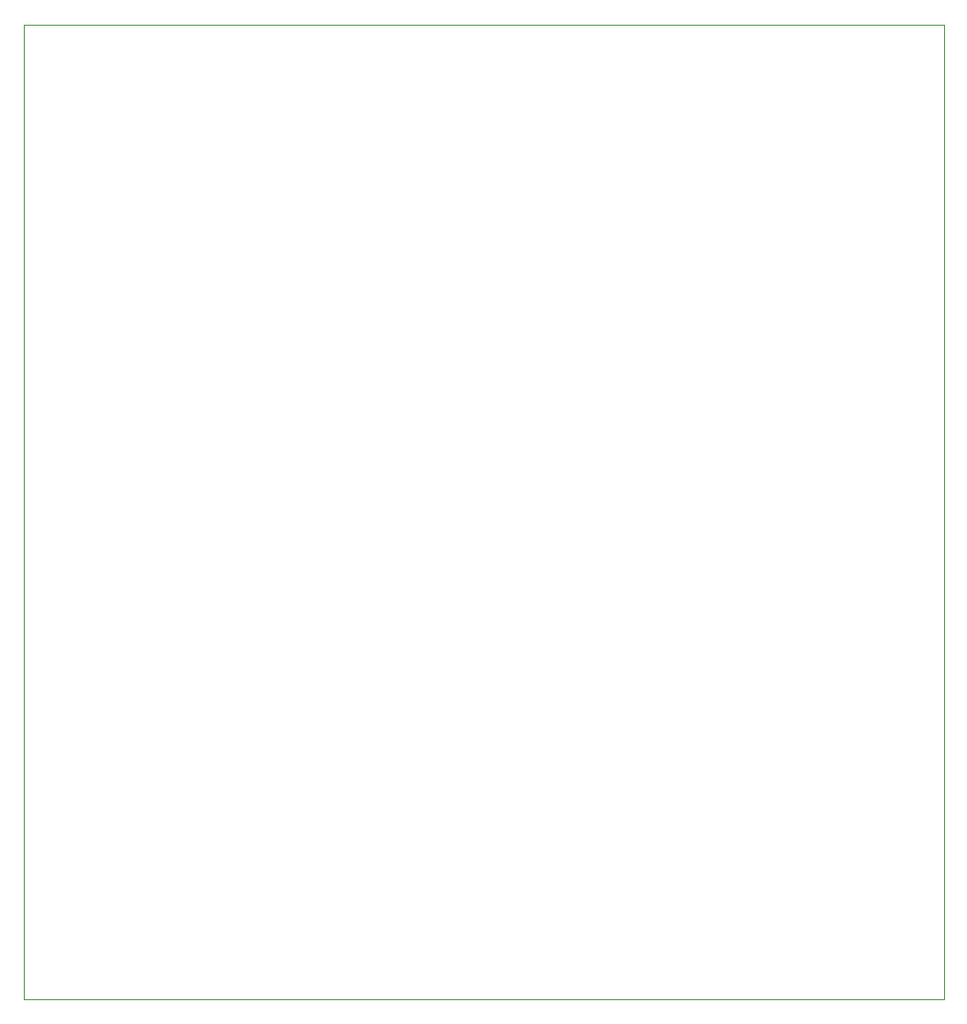
<source format=gbr>
%TF.GenerationSoftware,KiCad,Pcbnew,9.0.6*%
%TF.CreationDate,2025-12-08T21:47:26-05:00*%
%TF.ProjectId,electrical,656c6563-7472-4696-9361-6c2e6b696361,rev?*%
%TF.SameCoordinates,Original*%
%TF.FileFunction,Profile,NP*%
%FSLAX46Y46*%
G04 Gerber Fmt 4.6, Leading zero omitted, Abs format (unit mm)*
G04 Created by KiCad (PCBNEW 9.0.6) date 2025-12-08 21:47:26*
%MOMM*%
%LPD*%
G01*
G04 APERTURE LIST*
%TA.AperFunction,Profile*%
%ADD10C,0.100000*%
%TD*%
G04 APERTURE END LIST*
D10*
X116100000Y-55000000D02*
X201100000Y-55000000D01*
X201100000Y-145000000D01*
X116100000Y-145000000D01*
X116100000Y-55000000D01*
M02*

</source>
